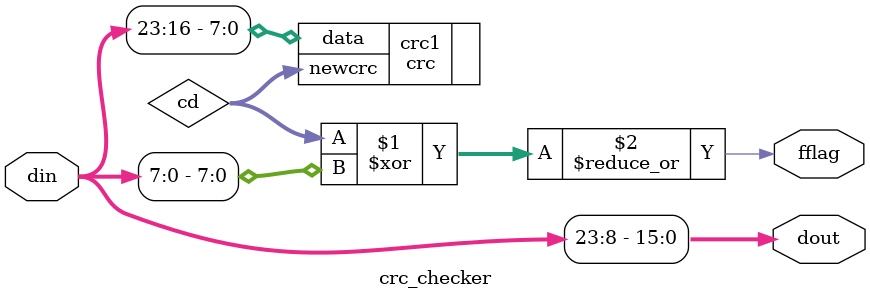
<source format=v>
module crc_checker#(parameter n=16,
                    parameter cl=8
                    )
                    (input [n+cl-1 : 0] din,
                    output [n-1 : 0] dout,
                    output fflag);
    wire [cl-1 : 0] cd;
    
    crc crc1(.data(din[n+cl-1 -: cl]),.newcrc(cd));
    assign dout = din[n+cl-1 -: n];
    assign fflag=|(cd^din[cl-1 : 0]);
endmodule
</source>
